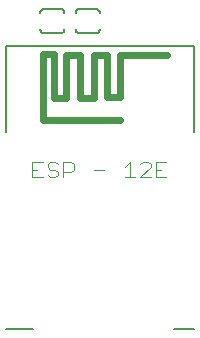
<source format=gto>
G75*
%MOIN*%
%OFA0B0*%
%FSLAX25Y25*%
%IPPOS*%
%LPD*%
%AMOC8*
5,1,8,0,0,1.08239X$1,22.5*
%
%ADD10C,0.00500*%
%ADD11C,0.02400*%
%ADD12C,0.00400*%
%ADD13C,0.00800*%
D10*
X0013769Y0013217D02*
X0022824Y0013217D01*
X0013769Y0078965D02*
X0013769Y0107706D01*
X0076761Y0107706D01*
X0076761Y0078965D01*
X0076761Y0013217D02*
X0070068Y0013217D01*
D11*
X0051957Y0082902D02*
X0026367Y0082902D01*
X0026367Y0085265D01*
X0026367Y0085658D02*
X0026367Y0104950D01*
X0029910Y0104950D01*
X0029910Y0090383D01*
X0033847Y0090383D01*
X0033847Y0104556D01*
X0038572Y0104556D01*
X0038572Y0090383D01*
X0043296Y0090383D01*
X0043296Y0104556D01*
X0047627Y0104556D01*
X0047627Y0090776D01*
X0051957Y0090776D01*
X0051957Y0104556D01*
X0067706Y0104556D01*
D12*
X0067375Y0069015D02*
X0063906Y0069015D01*
X0063906Y0063811D01*
X0067375Y0063811D01*
X0065640Y0066413D02*
X0063906Y0066413D01*
X0062219Y0067281D02*
X0062219Y0068148D01*
X0061351Y0069015D01*
X0059617Y0069015D01*
X0058749Y0068148D01*
X0055328Y0069015D02*
X0055328Y0063811D01*
X0057062Y0063811D02*
X0053593Y0063811D01*
X0053593Y0067281D02*
X0055328Y0069015D01*
X0058749Y0063811D02*
X0062219Y0067281D01*
X0062219Y0063811D02*
X0058749Y0063811D01*
X0046750Y0066413D02*
X0043280Y0066413D01*
X0036437Y0066413D02*
X0035569Y0065546D01*
X0032967Y0065546D01*
X0032967Y0063811D02*
X0032967Y0069015D01*
X0035569Y0069015D01*
X0036437Y0068148D01*
X0036437Y0066413D01*
X0031280Y0065546D02*
X0031280Y0064678D01*
X0030413Y0063811D01*
X0028678Y0063811D01*
X0027811Y0064678D01*
X0026124Y0063811D02*
X0022654Y0063811D01*
X0022654Y0069015D01*
X0026124Y0069015D01*
X0027811Y0068148D02*
X0027811Y0067281D01*
X0028678Y0066413D01*
X0030413Y0066413D01*
X0031280Y0065546D01*
X0031280Y0068148D02*
X0030413Y0069015D01*
X0028678Y0069015D01*
X0027811Y0068148D01*
X0024389Y0066413D02*
X0022654Y0066413D01*
D13*
X0026209Y0112036D02*
X0032509Y0112036D01*
X0032509Y0112035D02*
X0032568Y0112049D01*
X0032626Y0112066D01*
X0032683Y0112087D01*
X0032739Y0112111D01*
X0032793Y0112139D01*
X0032845Y0112169D01*
X0032896Y0112203D01*
X0032944Y0112240D01*
X0032990Y0112279D01*
X0033033Y0112322D01*
X0033074Y0112366D01*
X0033112Y0112414D01*
X0033147Y0112463D01*
X0033179Y0112515D01*
X0033208Y0112568D01*
X0033234Y0112623D01*
X0033256Y0112679D01*
X0033275Y0112737D01*
X0033291Y0112796D01*
X0033302Y0112855D01*
X0033311Y0112915D01*
X0033315Y0112976D01*
X0033316Y0113036D01*
X0033313Y0113097D01*
X0033307Y0113157D01*
X0033297Y0113217D01*
X0033297Y0118729D02*
X0033307Y0118789D01*
X0033313Y0118849D01*
X0033316Y0118910D01*
X0033315Y0118970D01*
X0033311Y0119031D01*
X0033302Y0119091D01*
X0033291Y0119150D01*
X0033275Y0119209D01*
X0033256Y0119267D01*
X0033234Y0119323D01*
X0033208Y0119378D01*
X0033179Y0119431D01*
X0033147Y0119483D01*
X0033112Y0119532D01*
X0033074Y0119580D01*
X0033033Y0119624D01*
X0032990Y0119667D01*
X0032944Y0119706D01*
X0032896Y0119743D01*
X0032845Y0119777D01*
X0032793Y0119807D01*
X0032739Y0119835D01*
X0032683Y0119859D01*
X0032626Y0119880D01*
X0032568Y0119897D01*
X0032509Y0119911D01*
X0032509Y0119910D02*
X0026209Y0119910D01*
X0026209Y0119911D02*
X0026150Y0119897D01*
X0026092Y0119880D01*
X0026035Y0119859D01*
X0025979Y0119835D01*
X0025925Y0119807D01*
X0025873Y0119777D01*
X0025822Y0119743D01*
X0025774Y0119706D01*
X0025728Y0119667D01*
X0025685Y0119624D01*
X0025644Y0119580D01*
X0025606Y0119532D01*
X0025571Y0119483D01*
X0025539Y0119431D01*
X0025510Y0119378D01*
X0025484Y0119323D01*
X0025462Y0119267D01*
X0025443Y0119209D01*
X0025427Y0119150D01*
X0025416Y0119091D01*
X0025407Y0119031D01*
X0025403Y0118970D01*
X0025402Y0118910D01*
X0025405Y0118849D01*
X0025411Y0118789D01*
X0025421Y0118729D01*
X0025421Y0113217D02*
X0025411Y0113157D01*
X0025405Y0113097D01*
X0025402Y0113036D01*
X0025403Y0112976D01*
X0025407Y0112915D01*
X0025416Y0112855D01*
X0025427Y0112796D01*
X0025443Y0112737D01*
X0025462Y0112679D01*
X0025484Y0112623D01*
X0025510Y0112568D01*
X0025539Y0112515D01*
X0025571Y0112463D01*
X0025606Y0112414D01*
X0025644Y0112366D01*
X0025685Y0112322D01*
X0025728Y0112279D01*
X0025774Y0112240D01*
X0025822Y0112203D01*
X0025873Y0112169D01*
X0025925Y0112139D01*
X0025979Y0112111D01*
X0026035Y0112087D01*
X0026092Y0112066D01*
X0026150Y0112049D01*
X0026209Y0112035D01*
X0038020Y0112036D02*
X0044320Y0112036D01*
X0044320Y0112035D02*
X0044379Y0112049D01*
X0044437Y0112066D01*
X0044494Y0112087D01*
X0044550Y0112111D01*
X0044604Y0112139D01*
X0044656Y0112169D01*
X0044707Y0112203D01*
X0044755Y0112240D01*
X0044801Y0112279D01*
X0044844Y0112322D01*
X0044885Y0112366D01*
X0044923Y0112414D01*
X0044958Y0112463D01*
X0044990Y0112515D01*
X0045019Y0112568D01*
X0045045Y0112623D01*
X0045067Y0112679D01*
X0045086Y0112737D01*
X0045102Y0112796D01*
X0045113Y0112855D01*
X0045122Y0112915D01*
X0045126Y0112976D01*
X0045127Y0113036D01*
X0045124Y0113097D01*
X0045118Y0113157D01*
X0045108Y0113217D01*
X0045108Y0118729D02*
X0045118Y0118789D01*
X0045124Y0118849D01*
X0045127Y0118910D01*
X0045126Y0118970D01*
X0045122Y0119031D01*
X0045113Y0119091D01*
X0045102Y0119150D01*
X0045086Y0119209D01*
X0045067Y0119267D01*
X0045045Y0119323D01*
X0045019Y0119378D01*
X0044990Y0119431D01*
X0044958Y0119483D01*
X0044923Y0119532D01*
X0044885Y0119580D01*
X0044844Y0119624D01*
X0044801Y0119667D01*
X0044755Y0119706D01*
X0044707Y0119743D01*
X0044656Y0119777D01*
X0044604Y0119807D01*
X0044550Y0119835D01*
X0044494Y0119859D01*
X0044437Y0119880D01*
X0044379Y0119897D01*
X0044320Y0119911D01*
X0044320Y0119910D02*
X0038020Y0119910D01*
X0038020Y0119911D02*
X0037961Y0119897D01*
X0037903Y0119880D01*
X0037846Y0119859D01*
X0037790Y0119835D01*
X0037736Y0119807D01*
X0037684Y0119777D01*
X0037633Y0119743D01*
X0037585Y0119706D01*
X0037539Y0119667D01*
X0037496Y0119624D01*
X0037455Y0119580D01*
X0037417Y0119532D01*
X0037382Y0119483D01*
X0037350Y0119431D01*
X0037321Y0119378D01*
X0037295Y0119323D01*
X0037273Y0119267D01*
X0037254Y0119209D01*
X0037238Y0119150D01*
X0037227Y0119091D01*
X0037218Y0119031D01*
X0037214Y0118970D01*
X0037213Y0118910D01*
X0037216Y0118849D01*
X0037222Y0118789D01*
X0037232Y0118729D01*
X0037232Y0113217D02*
X0037222Y0113157D01*
X0037216Y0113097D01*
X0037213Y0113036D01*
X0037214Y0112976D01*
X0037218Y0112915D01*
X0037227Y0112855D01*
X0037238Y0112796D01*
X0037254Y0112737D01*
X0037273Y0112679D01*
X0037295Y0112623D01*
X0037321Y0112568D01*
X0037350Y0112515D01*
X0037382Y0112463D01*
X0037417Y0112414D01*
X0037455Y0112366D01*
X0037496Y0112322D01*
X0037539Y0112279D01*
X0037585Y0112240D01*
X0037633Y0112203D01*
X0037684Y0112169D01*
X0037736Y0112139D01*
X0037790Y0112111D01*
X0037846Y0112087D01*
X0037903Y0112066D01*
X0037961Y0112049D01*
X0038020Y0112035D01*
M02*

</source>
